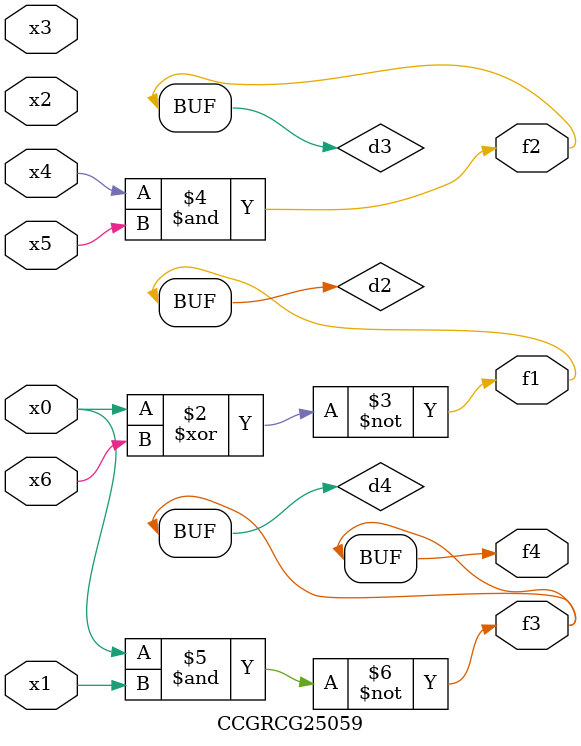
<source format=v>
module CCGRCG25059(
	input x0, x1, x2, x3, x4, x5, x6,
	output f1, f2, f3, f4
);

	wire d1, d2, d3, d4;

	nor (d1, x0);
	xnor (d2, x0, x6);
	and (d3, x4, x5);
	nand (d4, x0, x1);
	assign f1 = d2;
	assign f2 = d3;
	assign f3 = d4;
	assign f4 = d4;
endmodule

</source>
